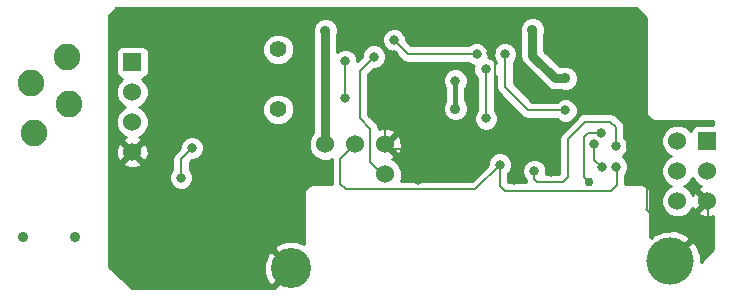
<source format=gbl>
G04 (created by PCBNEW-RS274X (2011-11-27 BZR 3249)-stable) date 13/09/2012 2:58:33 p.m.*
G01*
G70*
G90*
%MOIN*%
G04 Gerber Fmt 3.4, Leading zero omitted, Abs format*
%FSLAX34Y34*%
G04 APERTURE LIST*
%ADD10C,0.006000*%
%ADD11C,0.035400*%
%ADD12C,0.088600*%
%ADD13C,0.157500*%
%ADD14C,0.133900*%
%ADD15C,0.056000*%
%ADD16C,0.060000*%
%ADD17R,0.060000X0.060000*%
%ADD18C,0.035000*%
%ADD19C,0.031500*%
%ADD20C,0.030000*%
%ADD21C,0.030000*%
%ADD22C,0.015700*%
%ADD23C,0.008000*%
%ADD24C,0.010000*%
G04 APERTURE END LIST*
G54D10*
G54D11*
X03622Y-08169D03*
X01890Y-08169D03*
G54D12*
X02166Y-03053D03*
G54D13*
X23478Y-08982D03*
G54D14*
X10828Y-09232D03*
G54D15*
X10398Y-03932D03*
X10398Y-01932D03*
G54D16*
X11978Y-05092D03*
X12978Y-05092D03*
X13978Y-06092D03*
X13978Y-05092D03*
G54D17*
X05538Y-02352D03*
G54D16*
X05538Y-03352D03*
X05538Y-04352D03*
X05538Y-05352D03*
G54D12*
X02264Y-04726D03*
X03445Y-03742D03*
X03347Y-02167D03*
G54D17*
X24713Y-04984D03*
G54D16*
X23713Y-04984D03*
X24713Y-05984D03*
X23713Y-05984D03*
X24713Y-06984D03*
X23713Y-06984D03*
G54D18*
X19976Y-02898D03*
X16308Y-03902D03*
X11978Y-01302D03*
G54D19*
X16308Y-02972D03*
G54D18*
X18878Y-01282D03*
G54D19*
X17958Y-02082D03*
X19978Y-03962D03*
X17328Y-04232D03*
X17318Y-02592D03*
X21654Y-05157D03*
X18937Y-05984D03*
X21668Y-05842D03*
X17788Y-05772D03*
X17018Y-02082D03*
X14268Y-01612D03*
X13588Y-02172D03*
X21178Y-04732D03*
G54D20*
X20758Y-06342D03*
G54D19*
X15598Y-01362D03*
X08088Y-09552D03*
X06178Y-09542D03*
X06558Y-00792D03*
X05528Y-08862D03*
X16928Y-02952D03*
X17758Y-03542D03*
X05408Y-01582D03*
X10236Y-05032D03*
G54D18*
X13528Y-03262D03*
G54D19*
X15078Y-06282D03*
X08088Y-08462D03*
X09788Y-09532D03*
X05658Y-00812D03*
X08425Y-05221D03*
X05518Y-07472D03*
X18258Y-06292D03*
X14658Y-01362D03*
X10937Y-07264D03*
X19978Y-03452D03*
X17488Y-02062D03*
X14248Y-02132D03*
X08088Y-03712D03*
X19488Y-06002D03*
X07168Y-06202D03*
X07528Y-05212D03*
X21188Y-05862D03*
X20928Y-05092D03*
X12638Y-03543D03*
X12638Y-02323D03*
G54D21*
X18878Y-02136D02*
X19640Y-02898D01*
X11978Y-01302D02*
X11978Y-05092D01*
X19640Y-02898D02*
X19976Y-02898D01*
X18878Y-01282D02*
X18878Y-02136D01*
G54D22*
X16308Y-02972D02*
X16308Y-03902D01*
G54D23*
X19978Y-03962D02*
X18738Y-03962D01*
X18738Y-03962D02*
X17958Y-03182D01*
X17958Y-02082D02*
X17958Y-03182D01*
X17318Y-02592D02*
X17328Y-02602D01*
X17328Y-02602D02*
X17328Y-04232D01*
X18937Y-06260D02*
X18937Y-05984D01*
X21654Y-04528D02*
X21654Y-05157D01*
X20635Y-04335D02*
X20638Y-04332D01*
X19298Y-06362D02*
X19888Y-06362D01*
X20058Y-06192D02*
X20058Y-04912D01*
X19888Y-06362D02*
X20058Y-06192D01*
X19298Y-06362D02*
X19039Y-06362D01*
X21461Y-04335D02*
X21654Y-04528D01*
X20058Y-04912D02*
X20635Y-04335D01*
X20635Y-04335D02*
X21461Y-04335D01*
X19039Y-06362D02*
X18937Y-06260D01*
X12658Y-06592D02*
X16808Y-06592D01*
X21509Y-06641D02*
X17957Y-06641D01*
X12978Y-05092D02*
X12478Y-05592D01*
X16808Y-06592D02*
X16968Y-06592D01*
X12478Y-05592D02*
X12478Y-06412D01*
X17788Y-06472D02*
X17788Y-05772D01*
X21688Y-06462D02*
X21509Y-06641D01*
X21688Y-05862D02*
X21688Y-06462D01*
X12478Y-06412D02*
X12658Y-06592D01*
X17957Y-06641D02*
X17788Y-06472D01*
X16968Y-06592D02*
X17788Y-05772D01*
X21668Y-05842D02*
X21688Y-05862D01*
X13478Y-04592D02*
X13118Y-04232D01*
X13118Y-02642D02*
X13588Y-02172D01*
X14718Y-02082D02*
X17018Y-02082D01*
X13478Y-05692D02*
X13478Y-04592D01*
X14268Y-01632D02*
X14718Y-02082D01*
X13878Y-06092D02*
X13478Y-05692D01*
X13978Y-06092D02*
X13878Y-06092D01*
X14268Y-01612D02*
X14268Y-01632D01*
X13118Y-04232D02*
X13118Y-02642D01*
X20588Y-06142D02*
X20588Y-04942D01*
X20588Y-04942D02*
X20588Y-04862D01*
X20718Y-04732D02*
X21178Y-04732D01*
X20588Y-06172D02*
X20758Y-06342D01*
X20588Y-06172D02*
X20588Y-06142D01*
X20588Y-06152D02*
X20588Y-06142D01*
X20588Y-04862D02*
X20718Y-04732D01*
X16108Y-05252D02*
X16928Y-04432D01*
X22683Y-05867D02*
X22578Y-05762D01*
X13978Y-04432D02*
X13528Y-03982D01*
X06248Y-01962D02*
X05868Y-01582D01*
X17758Y-03442D02*
X17638Y-03322D01*
X17638Y-02362D02*
X17488Y-02212D01*
X06248Y-02952D02*
X06248Y-03952D01*
X05528Y-08862D02*
X05518Y-08852D01*
X05538Y-05352D02*
X05608Y-05352D01*
X05678Y-00792D02*
X06558Y-00792D01*
X17758Y-03542D02*
X17758Y-03442D01*
X22683Y-07297D02*
X22683Y-05867D01*
X22683Y-07297D02*
X23178Y-07792D01*
X16928Y-04432D02*
X16928Y-02952D01*
X22018Y-04452D02*
X21658Y-04092D01*
X19678Y-05652D02*
X19678Y-04862D01*
X24728Y-07532D02*
X24713Y-07547D01*
X10236Y-06563D02*
X10236Y-05032D01*
X22578Y-05762D02*
X22018Y-05202D01*
X16788Y-01362D02*
X17488Y-02062D01*
X08088Y-08462D02*
X08088Y-09552D01*
X24468Y-07792D02*
X23178Y-07792D01*
X20448Y-04092D02*
X21658Y-04092D01*
X17488Y-02212D02*
X17488Y-02062D01*
X22578Y-05762D02*
X22578Y-05712D01*
X05608Y-05352D02*
X06248Y-04712D01*
X13528Y-02852D02*
X14248Y-02132D01*
X15598Y-01362D02*
X14658Y-01362D01*
X22018Y-05202D02*
X22018Y-04452D01*
X22683Y-07297D02*
X22648Y-07262D01*
X05868Y-01582D02*
X05408Y-01582D01*
X06248Y-04712D02*
X06248Y-03952D01*
X05518Y-08852D02*
X05518Y-07472D01*
X06248Y-02952D02*
X06248Y-01962D01*
X20448Y-04092D02*
X20448Y-03922D01*
X17638Y-03322D02*
X17638Y-02362D01*
X24713Y-07547D02*
X24468Y-07792D01*
X05658Y-00812D02*
X05678Y-00792D01*
X24728Y-07532D02*
X24728Y-06999D01*
X06188Y-09552D02*
X06178Y-09542D01*
X13978Y-05092D02*
X13978Y-04432D01*
X08088Y-08462D02*
X08088Y-03712D01*
X10937Y-07264D02*
X10236Y-06563D01*
X20448Y-03922D02*
X19978Y-03452D01*
X08088Y-09552D02*
X06188Y-09552D01*
X15598Y-01362D02*
X16788Y-01362D01*
X14658Y-01362D02*
X14678Y-01342D01*
X19488Y-05842D02*
X19488Y-06002D01*
X19488Y-05842D02*
X19678Y-05652D01*
X13528Y-03262D02*
X13528Y-02852D01*
X13528Y-03982D02*
X13528Y-03262D01*
X14188Y-05252D02*
X16108Y-05252D01*
X24728Y-06999D02*
X24713Y-06984D01*
X07168Y-05572D02*
X07168Y-06202D01*
X07528Y-05212D02*
X07168Y-05572D01*
X21188Y-05862D02*
X20928Y-05602D01*
X20928Y-05602D02*
X20928Y-05092D01*
X12638Y-02323D02*
X12638Y-03543D01*
G54D10*
G36*
X24903Y-08597D02*
X24494Y-09006D01*
X24492Y-08771D01*
X24344Y-08414D01*
X24201Y-08329D01*
X24131Y-08399D01*
X23549Y-08982D01*
X23478Y-09053D01*
X23407Y-08982D01*
X23478Y-08911D01*
X23513Y-08876D01*
X24131Y-08259D01*
X24046Y-08116D01*
X23671Y-07964D01*
X23267Y-07968D01*
X22910Y-08116D01*
X22851Y-08214D01*
X22809Y-08172D01*
X22809Y-06748D01*
X22784Y-06624D01*
X22714Y-06518D01*
X22608Y-06448D01*
X22484Y-06423D01*
X21978Y-06423D01*
X21978Y-06106D01*
X22012Y-06073D01*
X22074Y-05923D01*
X22074Y-05762D01*
X22012Y-05613D01*
X21899Y-05498D01*
X21889Y-05494D01*
X21998Y-05388D01*
X22060Y-05238D01*
X22060Y-05077D01*
X21998Y-04928D01*
X21944Y-04873D01*
X21944Y-04528D01*
X21943Y-04527D01*
X21922Y-04417D01*
X21921Y-04416D01*
X21859Y-04323D01*
X21858Y-04322D01*
X21666Y-04130D01*
X21572Y-04067D01*
X21461Y-04045D01*
X20653Y-04045D01*
X20638Y-04042D01*
X20527Y-04064D01*
X20433Y-04127D01*
X20430Y-04130D01*
X20401Y-04159D01*
X20401Y-02983D01*
X20401Y-02814D01*
X20337Y-02658D01*
X20217Y-02538D01*
X20061Y-02473D01*
X19892Y-02473D01*
X19831Y-02498D01*
X19805Y-02498D01*
X19278Y-01970D01*
X19278Y-01427D01*
X19303Y-01367D01*
X19303Y-01198D01*
X19239Y-01042D01*
X19119Y-00922D01*
X18963Y-00857D01*
X18794Y-00857D01*
X18638Y-00921D01*
X18518Y-01041D01*
X18453Y-01197D01*
X18453Y-01366D01*
X18478Y-01426D01*
X18478Y-02136D01*
X18508Y-02289D01*
X18595Y-02419D01*
X19354Y-03177D01*
X19357Y-03181D01*
X19486Y-03267D01*
X19487Y-03268D01*
X19640Y-03298D01*
X19831Y-03298D01*
X19891Y-03323D01*
X20060Y-03323D01*
X20216Y-03259D01*
X20336Y-03139D01*
X20401Y-02983D01*
X20401Y-04159D01*
X20384Y-04176D01*
X20384Y-04043D01*
X20384Y-03882D01*
X20322Y-03733D01*
X20209Y-03618D01*
X20059Y-03556D01*
X19898Y-03556D01*
X19749Y-03618D01*
X19694Y-03672D01*
X18858Y-03672D01*
X18248Y-03062D01*
X18248Y-02366D01*
X18302Y-02313D01*
X18364Y-02163D01*
X18364Y-02002D01*
X18302Y-01853D01*
X18189Y-01738D01*
X18039Y-01676D01*
X17878Y-01676D01*
X17729Y-01738D01*
X17614Y-01851D01*
X17552Y-02001D01*
X17552Y-02162D01*
X17614Y-02311D01*
X17668Y-02365D01*
X17668Y-02377D01*
X17662Y-02363D01*
X17549Y-02248D01*
X17412Y-02191D01*
X17424Y-02163D01*
X17424Y-02002D01*
X17362Y-01853D01*
X17249Y-01738D01*
X17099Y-01676D01*
X16938Y-01676D01*
X16789Y-01738D01*
X16734Y-01792D01*
X14838Y-01792D01*
X14674Y-01628D01*
X14674Y-01532D01*
X14612Y-01383D01*
X14499Y-01268D01*
X14349Y-01206D01*
X14188Y-01206D01*
X14039Y-01268D01*
X13924Y-01381D01*
X13862Y-01531D01*
X13862Y-01692D01*
X13924Y-01841D01*
X14037Y-01956D01*
X14187Y-02018D01*
X14244Y-02018D01*
X14513Y-02287D01*
X14607Y-02350D01*
X14718Y-02372D01*
X16733Y-02372D01*
X16787Y-02426D01*
X16923Y-02482D01*
X16912Y-02511D01*
X16912Y-02672D01*
X16974Y-02821D01*
X17038Y-02886D01*
X17038Y-03947D01*
X16984Y-04001D01*
X16922Y-04151D01*
X16922Y-04312D01*
X16984Y-04461D01*
X17097Y-04576D01*
X17247Y-04638D01*
X17408Y-04638D01*
X17557Y-04576D01*
X17672Y-04463D01*
X17734Y-04313D01*
X17734Y-04152D01*
X17672Y-04003D01*
X17618Y-03948D01*
X17618Y-02866D01*
X17662Y-02823D01*
X17668Y-02808D01*
X17668Y-03182D01*
X17690Y-03293D01*
X17753Y-03387D01*
X18533Y-04167D01*
X18627Y-04230D01*
X18738Y-04252D01*
X19693Y-04252D01*
X19747Y-04306D01*
X19897Y-04368D01*
X20058Y-04368D01*
X20207Y-04306D01*
X20322Y-04193D01*
X20384Y-04043D01*
X20384Y-04176D01*
X19853Y-04707D01*
X19790Y-04801D01*
X19768Y-04912D01*
X19768Y-06072D01*
X19340Y-06072D01*
X19343Y-06065D01*
X19343Y-05904D01*
X19281Y-05755D01*
X19168Y-05640D01*
X19018Y-05578D01*
X18857Y-05578D01*
X18708Y-05640D01*
X18593Y-05753D01*
X18531Y-05903D01*
X18531Y-06064D01*
X18593Y-06213D01*
X18648Y-06269D01*
X18665Y-06351D01*
X18078Y-06351D01*
X18078Y-06056D01*
X18132Y-06003D01*
X18194Y-05853D01*
X18194Y-05692D01*
X18132Y-05543D01*
X18019Y-05428D01*
X17869Y-05366D01*
X17708Y-05366D01*
X17559Y-05428D01*
X17444Y-05541D01*
X17382Y-05691D01*
X17382Y-05767D01*
X16847Y-06302D01*
X16808Y-06302D01*
X16733Y-06302D01*
X16733Y-03987D01*
X16733Y-03818D01*
X16669Y-03662D01*
X16636Y-03629D01*
X16636Y-03218D01*
X16652Y-03203D01*
X16714Y-03053D01*
X16714Y-02892D01*
X16652Y-02743D01*
X16539Y-02628D01*
X16389Y-02566D01*
X16228Y-02566D01*
X16079Y-02628D01*
X15964Y-02741D01*
X15902Y-02891D01*
X15902Y-03052D01*
X15964Y-03201D01*
X15980Y-03217D01*
X15980Y-03629D01*
X15948Y-03661D01*
X15883Y-03817D01*
X15883Y-03986D01*
X15947Y-04142D01*
X16067Y-04262D01*
X16223Y-04327D01*
X16392Y-04327D01*
X16548Y-04263D01*
X16668Y-04143D01*
X16733Y-03987D01*
X16733Y-06302D01*
X14485Y-06302D01*
X14527Y-06201D01*
X14527Y-05983D01*
X14521Y-05968D01*
X14521Y-05171D01*
X14510Y-04958D01*
X14450Y-04811D01*
X14356Y-04784D01*
X14049Y-05092D01*
X14356Y-05400D01*
X14450Y-05373D01*
X14521Y-05171D01*
X14521Y-05968D01*
X14443Y-05781D01*
X14289Y-05627D01*
X14197Y-05589D01*
X14259Y-05564D01*
X14286Y-05470D01*
X14013Y-05198D01*
X13978Y-05163D01*
X13907Y-05092D01*
X13978Y-05021D01*
X14013Y-04986D01*
X14286Y-04714D01*
X14259Y-04620D01*
X14057Y-04549D01*
X13844Y-04560D01*
X13767Y-04591D01*
X13746Y-04481D01*
X13683Y-04387D01*
X13408Y-04112D01*
X13408Y-02762D01*
X13592Y-02578D01*
X13668Y-02578D01*
X13817Y-02516D01*
X13932Y-02403D01*
X13994Y-02253D01*
X13994Y-02092D01*
X13932Y-01943D01*
X13819Y-01828D01*
X13669Y-01766D01*
X13508Y-01766D01*
X13359Y-01828D01*
X13244Y-01941D01*
X13182Y-02091D01*
X13182Y-02167D01*
X13044Y-02305D01*
X13044Y-02243D01*
X12982Y-02094D01*
X12869Y-01979D01*
X12719Y-01917D01*
X12558Y-01917D01*
X12409Y-01979D01*
X12378Y-02009D01*
X12378Y-01447D01*
X12403Y-01387D01*
X12403Y-01218D01*
X12339Y-01062D01*
X12219Y-00942D01*
X12063Y-00877D01*
X11894Y-00877D01*
X11738Y-00941D01*
X11618Y-01061D01*
X11553Y-01217D01*
X11553Y-01386D01*
X11578Y-01446D01*
X11578Y-04716D01*
X11513Y-04781D01*
X11429Y-04983D01*
X11429Y-05201D01*
X11513Y-05403D01*
X11667Y-05557D01*
X11869Y-05641D01*
X12087Y-05641D01*
X12188Y-05599D01*
X12188Y-06412D01*
X12190Y-06423D01*
X11578Y-06423D01*
X11454Y-06448D01*
X11348Y-06518D01*
X11278Y-06624D01*
X11253Y-06748D01*
X11253Y-08431D01*
X10993Y-08328D01*
X10928Y-08328D01*
X10928Y-04038D01*
X10928Y-03827D01*
X10928Y-02038D01*
X10928Y-01827D01*
X10847Y-01632D01*
X10699Y-01483D01*
X10504Y-01402D01*
X10293Y-01402D01*
X10098Y-01483D01*
X09949Y-01631D01*
X09868Y-01826D01*
X09868Y-02037D01*
X09949Y-02232D01*
X10097Y-02381D01*
X10292Y-02462D01*
X10503Y-02462D01*
X10698Y-02381D01*
X10847Y-02233D01*
X10928Y-02038D01*
X10928Y-03827D01*
X10847Y-03632D01*
X10699Y-03483D01*
X10504Y-03402D01*
X10293Y-03402D01*
X10098Y-03483D01*
X09949Y-03631D01*
X09868Y-03826D01*
X09868Y-04037D01*
X09949Y-04232D01*
X10097Y-04381D01*
X10292Y-04462D01*
X10503Y-04462D01*
X10698Y-04381D01*
X10847Y-04233D01*
X10928Y-04038D01*
X10928Y-08328D01*
X10635Y-08333D01*
X10329Y-08461D01*
X10259Y-08592D01*
X10793Y-09126D01*
X10828Y-09161D01*
X10899Y-09232D01*
X10828Y-09303D01*
X10793Y-09338D01*
X10757Y-09374D01*
X10757Y-09232D01*
X10188Y-08663D01*
X10057Y-08733D01*
X09924Y-09067D01*
X09929Y-09425D01*
X10057Y-09731D01*
X10188Y-09801D01*
X10757Y-09232D01*
X10757Y-09374D01*
X10259Y-09872D01*
X10272Y-09897D01*
X07934Y-09897D01*
X07934Y-05293D01*
X07934Y-05132D01*
X07872Y-04983D01*
X07759Y-04868D01*
X07609Y-04806D01*
X07448Y-04806D01*
X07299Y-04868D01*
X07184Y-04981D01*
X07122Y-05131D01*
X07122Y-05208D01*
X06963Y-05367D01*
X06900Y-05461D01*
X06878Y-05572D01*
X06878Y-05917D01*
X06824Y-05971D01*
X06762Y-06121D01*
X06762Y-06282D01*
X06824Y-06431D01*
X06937Y-06546D01*
X07087Y-06608D01*
X07248Y-06608D01*
X07397Y-06546D01*
X07512Y-06433D01*
X07574Y-06283D01*
X07574Y-06122D01*
X07512Y-05973D01*
X07458Y-05918D01*
X07458Y-05692D01*
X07532Y-05618D01*
X07608Y-05618D01*
X07757Y-05556D01*
X07872Y-05443D01*
X07934Y-05293D01*
X07934Y-09897D01*
X06087Y-09897D01*
X06087Y-04461D01*
X06087Y-04243D01*
X06003Y-04041D01*
X05849Y-03887D01*
X05764Y-03852D01*
X05849Y-03817D01*
X06003Y-03663D01*
X06087Y-03461D01*
X06087Y-03243D01*
X06003Y-03041D01*
X05863Y-02901D01*
X05887Y-02901D01*
X05979Y-02863D01*
X06049Y-02793D01*
X06087Y-02702D01*
X06087Y-02603D01*
X06087Y-02003D01*
X06049Y-01911D01*
X05979Y-01841D01*
X05888Y-01803D01*
X05789Y-01803D01*
X05189Y-01803D01*
X05097Y-01841D01*
X05027Y-01911D01*
X04989Y-02002D01*
X04989Y-02101D01*
X04989Y-02701D01*
X05027Y-02793D01*
X05097Y-02863D01*
X05188Y-02901D01*
X05213Y-02901D01*
X05073Y-03041D01*
X04989Y-03243D01*
X04989Y-03461D01*
X05073Y-03663D01*
X05227Y-03817D01*
X05311Y-03852D01*
X05227Y-03887D01*
X05073Y-04041D01*
X04989Y-04243D01*
X04989Y-04461D01*
X05073Y-04663D01*
X05227Y-04817D01*
X05318Y-04854D01*
X05257Y-04880D01*
X05230Y-04974D01*
X05538Y-05281D01*
X05846Y-04974D01*
X05819Y-04880D01*
X05753Y-04856D01*
X05849Y-04817D01*
X06003Y-04663D01*
X06087Y-04461D01*
X06087Y-09897D01*
X06081Y-09897D01*
X06081Y-05431D01*
X06070Y-05218D01*
X06010Y-05071D01*
X05916Y-05044D01*
X05609Y-05352D01*
X05916Y-05660D01*
X06010Y-05633D01*
X06081Y-05431D01*
X06081Y-09897D01*
X05846Y-09897D01*
X05846Y-05730D01*
X05538Y-05423D01*
X05467Y-05493D01*
X05467Y-05352D01*
X05160Y-05044D01*
X05066Y-05071D01*
X04995Y-05273D01*
X05006Y-05486D01*
X05066Y-05633D01*
X05160Y-05660D01*
X05467Y-05352D01*
X05467Y-05493D01*
X05230Y-05730D01*
X05257Y-05824D01*
X05459Y-05895D01*
X05672Y-05884D01*
X05819Y-05824D01*
X05846Y-05730D01*
X05846Y-09897D01*
X05514Y-09897D01*
X04778Y-09187D01*
X04778Y-00794D01*
X04789Y-00794D01*
X05009Y-00557D01*
X22343Y-00557D01*
X22653Y-00867D01*
X22653Y-03982D01*
X22678Y-04106D01*
X22748Y-04212D01*
X22854Y-04282D01*
X22978Y-04307D01*
X24903Y-04307D01*
X24903Y-04435D01*
X24364Y-04435D01*
X24272Y-04473D01*
X24202Y-04543D01*
X24164Y-04634D01*
X24164Y-04659D01*
X24024Y-04519D01*
X23822Y-04435D01*
X23604Y-04435D01*
X23402Y-04519D01*
X23248Y-04673D01*
X23164Y-04875D01*
X23164Y-05093D01*
X23248Y-05295D01*
X23402Y-05449D01*
X23486Y-05484D01*
X23402Y-05519D01*
X23248Y-05673D01*
X23164Y-05875D01*
X23164Y-06093D01*
X23248Y-06295D01*
X23402Y-06449D01*
X23486Y-06484D01*
X23402Y-06519D01*
X23248Y-06673D01*
X23164Y-06875D01*
X23164Y-07093D01*
X23248Y-07295D01*
X23402Y-07449D01*
X23604Y-07533D01*
X23822Y-07533D01*
X24024Y-07449D01*
X24178Y-07295D01*
X24215Y-07203D01*
X24241Y-07265D01*
X24335Y-07292D01*
X24642Y-06984D01*
X24335Y-06676D01*
X24241Y-06703D01*
X24217Y-06768D01*
X24178Y-06673D01*
X24024Y-06519D01*
X23939Y-06484D01*
X24024Y-06449D01*
X24178Y-06295D01*
X24213Y-06210D01*
X24248Y-06295D01*
X24402Y-06449D01*
X24493Y-06486D01*
X24432Y-06512D01*
X24405Y-06606D01*
X24678Y-06878D01*
X24713Y-06913D01*
X24784Y-06984D01*
X24713Y-07055D01*
X24405Y-07362D01*
X24432Y-07456D01*
X24634Y-07527D01*
X24847Y-07516D01*
X24903Y-07493D01*
X24903Y-08597D01*
X24903Y-08597D01*
G37*
G54D24*
X24903Y-08597D02*
X24494Y-09006D01*
X24492Y-08771D01*
X24344Y-08414D01*
X24201Y-08329D01*
X24131Y-08399D01*
X23549Y-08982D01*
X23478Y-09053D01*
X23407Y-08982D01*
X23478Y-08911D01*
X23513Y-08876D01*
X24131Y-08259D01*
X24046Y-08116D01*
X23671Y-07964D01*
X23267Y-07968D01*
X22910Y-08116D01*
X22851Y-08214D01*
X22809Y-08172D01*
X22809Y-06748D01*
X22784Y-06624D01*
X22714Y-06518D01*
X22608Y-06448D01*
X22484Y-06423D01*
X21978Y-06423D01*
X21978Y-06106D01*
X22012Y-06073D01*
X22074Y-05923D01*
X22074Y-05762D01*
X22012Y-05613D01*
X21899Y-05498D01*
X21889Y-05494D01*
X21998Y-05388D01*
X22060Y-05238D01*
X22060Y-05077D01*
X21998Y-04928D01*
X21944Y-04873D01*
X21944Y-04528D01*
X21943Y-04527D01*
X21922Y-04417D01*
X21921Y-04416D01*
X21859Y-04323D01*
X21858Y-04322D01*
X21666Y-04130D01*
X21572Y-04067D01*
X21461Y-04045D01*
X20653Y-04045D01*
X20638Y-04042D01*
X20527Y-04064D01*
X20433Y-04127D01*
X20430Y-04130D01*
X20401Y-04159D01*
X20401Y-02983D01*
X20401Y-02814D01*
X20337Y-02658D01*
X20217Y-02538D01*
X20061Y-02473D01*
X19892Y-02473D01*
X19831Y-02498D01*
X19805Y-02498D01*
X19278Y-01970D01*
X19278Y-01427D01*
X19303Y-01367D01*
X19303Y-01198D01*
X19239Y-01042D01*
X19119Y-00922D01*
X18963Y-00857D01*
X18794Y-00857D01*
X18638Y-00921D01*
X18518Y-01041D01*
X18453Y-01197D01*
X18453Y-01366D01*
X18478Y-01426D01*
X18478Y-02136D01*
X18508Y-02289D01*
X18595Y-02419D01*
X19354Y-03177D01*
X19357Y-03181D01*
X19486Y-03267D01*
X19487Y-03268D01*
X19640Y-03298D01*
X19831Y-03298D01*
X19891Y-03323D01*
X20060Y-03323D01*
X20216Y-03259D01*
X20336Y-03139D01*
X20401Y-02983D01*
X20401Y-04159D01*
X20384Y-04176D01*
X20384Y-04043D01*
X20384Y-03882D01*
X20322Y-03733D01*
X20209Y-03618D01*
X20059Y-03556D01*
X19898Y-03556D01*
X19749Y-03618D01*
X19694Y-03672D01*
X18858Y-03672D01*
X18248Y-03062D01*
X18248Y-02366D01*
X18302Y-02313D01*
X18364Y-02163D01*
X18364Y-02002D01*
X18302Y-01853D01*
X18189Y-01738D01*
X18039Y-01676D01*
X17878Y-01676D01*
X17729Y-01738D01*
X17614Y-01851D01*
X17552Y-02001D01*
X17552Y-02162D01*
X17614Y-02311D01*
X17668Y-02365D01*
X17668Y-02377D01*
X17662Y-02363D01*
X17549Y-02248D01*
X17412Y-02191D01*
X17424Y-02163D01*
X17424Y-02002D01*
X17362Y-01853D01*
X17249Y-01738D01*
X17099Y-01676D01*
X16938Y-01676D01*
X16789Y-01738D01*
X16734Y-01792D01*
X14838Y-01792D01*
X14674Y-01628D01*
X14674Y-01532D01*
X14612Y-01383D01*
X14499Y-01268D01*
X14349Y-01206D01*
X14188Y-01206D01*
X14039Y-01268D01*
X13924Y-01381D01*
X13862Y-01531D01*
X13862Y-01692D01*
X13924Y-01841D01*
X14037Y-01956D01*
X14187Y-02018D01*
X14244Y-02018D01*
X14513Y-02287D01*
X14607Y-02350D01*
X14718Y-02372D01*
X16733Y-02372D01*
X16787Y-02426D01*
X16923Y-02482D01*
X16912Y-02511D01*
X16912Y-02672D01*
X16974Y-02821D01*
X17038Y-02886D01*
X17038Y-03947D01*
X16984Y-04001D01*
X16922Y-04151D01*
X16922Y-04312D01*
X16984Y-04461D01*
X17097Y-04576D01*
X17247Y-04638D01*
X17408Y-04638D01*
X17557Y-04576D01*
X17672Y-04463D01*
X17734Y-04313D01*
X17734Y-04152D01*
X17672Y-04003D01*
X17618Y-03948D01*
X17618Y-02866D01*
X17662Y-02823D01*
X17668Y-02808D01*
X17668Y-03182D01*
X17690Y-03293D01*
X17753Y-03387D01*
X18533Y-04167D01*
X18627Y-04230D01*
X18738Y-04252D01*
X19693Y-04252D01*
X19747Y-04306D01*
X19897Y-04368D01*
X20058Y-04368D01*
X20207Y-04306D01*
X20322Y-04193D01*
X20384Y-04043D01*
X20384Y-04176D01*
X19853Y-04707D01*
X19790Y-04801D01*
X19768Y-04912D01*
X19768Y-06072D01*
X19340Y-06072D01*
X19343Y-06065D01*
X19343Y-05904D01*
X19281Y-05755D01*
X19168Y-05640D01*
X19018Y-05578D01*
X18857Y-05578D01*
X18708Y-05640D01*
X18593Y-05753D01*
X18531Y-05903D01*
X18531Y-06064D01*
X18593Y-06213D01*
X18648Y-06269D01*
X18665Y-06351D01*
X18078Y-06351D01*
X18078Y-06056D01*
X18132Y-06003D01*
X18194Y-05853D01*
X18194Y-05692D01*
X18132Y-05543D01*
X18019Y-05428D01*
X17869Y-05366D01*
X17708Y-05366D01*
X17559Y-05428D01*
X17444Y-05541D01*
X17382Y-05691D01*
X17382Y-05767D01*
X16847Y-06302D01*
X16808Y-06302D01*
X16733Y-06302D01*
X16733Y-03987D01*
X16733Y-03818D01*
X16669Y-03662D01*
X16636Y-03629D01*
X16636Y-03218D01*
X16652Y-03203D01*
X16714Y-03053D01*
X16714Y-02892D01*
X16652Y-02743D01*
X16539Y-02628D01*
X16389Y-02566D01*
X16228Y-02566D01*
X16079Y-02628D01*
X15964Y-02741D01*
X15902Y-02891D01*
X15902Y-03052D01*
X15964Y-03201D01*
X15980Y-03217D01*
X15980Y-03629D01*
X15948Y-03661D01*
X15883Y-03817D01*
X15883Y-03986D01*
X15947Y-04142D01*
X16067Y-04262D01*
X16223Y-04327D01*
X16392Y-04327D01*
X16548Y-04263D01*
X16668Y-04143D01*
X16733Y-03987D01*
X16733Y-06302D01*
X14485Y-06302D01*
X14527Y-06201D01*
X14527Y-05983D01*
X14521Y-05968D01*
X14521Y-05171D01*
X14510Y-04958D01*
X14450Y-04811D01*
X14356Y-04784D01*
X14049Y-05092D01*
X14356Y-05400D01*
X14450Y-05373D01*
X14521Y-05171D01*
X14521Y-05968D01*
X14443Y-05781D01*
X14289Y-05627D01*
X14197Y-05589D01*
X14259Y-05564D01*
X14286Y-05470D01*
X14013Y-05198D01*
X13978Y-05163D01*
X13907Y-05092D01*
X13978Y-05021D01*
X14013Y-04986D01*
X14286Y-04714D01*
X14259Y-04620D01*
X14057Y-04549D01*
X13844Y-04560D01*
X13767Y-04591D01*
X13746Y-04481D01*
X13683Y-04387D01*
X13408Y-04112D01*
X13408Y-02762D01*
X13592Y-02578D01*
X13668Y-02578D01*
X13817Y-02516D01*
X13932Y-02403D01*
X13994Y-02253D01*
X13994Y-02092D01*
X13932Y-01943D01*
X13819Y-01828D01*
X13669Y-01766D01*
X13508Y-01766D01*
X13359Y-01828D01*
X13244Y-01941D01*
X13182Y-02091D01*
X13182Y-02167D01*
X13044Y-02305D01*
X13044Y-02243D01*
X12982Y-02094D01*
X12869Y-01979D01*
X12719Y-01917D01*
X12558Y-01917D01*
X12409Y-01979D01*
X12378Y-02009D01*
X12378Y-01447D01*
X12403Y-01387D01*
X12403Y-01218D01*
X12339Y-01062D01*
X12219Y-00942D01*
X12063Y-00877D01*
X11894Y-00877D01*
X11738Y-00941D01*
X11618Y-01061D01*
X11553Y-01217D01*
X11553Y-01386D01*
X11578Y-01446D01*
X11578Y-04716D01*
X11513Y-04781D01*
X11429Y-04983D01*
X11429Y-05201D01*
X11513Y-05403D01*
X11667Y-05557D01*
X11869Y-05641D01*
X12087Y-05641D01*
X12188Y-05599D01*
X12188Y-06412D01*
X12190Y-06423D01*
X11578Y-06423D01*
X11454Y-06448D01*
X11348Y-06518D01*
X11278Y-06624D01*
X11253Y-06748D01*
X11253Y-08431D01*
X10993Y-08328D01*
X10928Y-08328D01*
X10928Y-04038D01*
X10928Y-03827D01*
X10928Y-02038D01*
X10928Y-01827D01*
X10847Y-01632D01*
X10699Y-01483D01*
X10504Y-01402D01*
X10293Y-01402D01*
X10098Y-01483D01*
X09949Y-01631D01*
X09868Y-01826D01*
X09868Y-02037D01*
X09949Y-02232D01*
X10097Y-02381D01*
X10292Y-02462D01*
X10503Y-02462D01*
X10698Y-02381D01*
X10847Y-02233D01*
X10928Y-02038D01*
X10928Y-03827D01*
X10847Y-03632D01*
X10699Y-03483D01*
X10504Y-03402D01*
X10293Y-03402D01*
X10098Y-03483D01*
X09949Y-03631D01*
X09868Y-03826D01*
X09868Y-04037D01*
X09949Y-04232D01*
X10097Y-04381D01*
X10292Y-04462D01*
X10503Y-04462D01*
X10698Y-04381D01*
X10847Y-04233D01*
X10928Y-04038D01*
X10928Y-08328D01*
X10635Y-08333D01*
X10329Y-08461D01*
X10259Y-08592D01*
X10793Y-09126D01*
X10828Y-09161D01*
X10899Y-09232D01*
X10828Y-09303D01*
X10793Y-09338D01*
X10757Y-09374D01*
X10757Y-09232D01*
X10188Y-08663D01*
X10057Y-08733D01*
X09924Y-09067D01*
X09929Y-09425D01*
X10057Y-09731D01*
X10188Y-09801D01*
X10757Y-09232D01*
X10757Y-09374D01*
X10259Y-09872D01*
X10272Y-09897D01*
X07934Y-09897D01*
X07934Y-05293D01*
X07934Y-05132D01*
X07872Y-04983D01*
X07759Y-04868D01*
X07609Y-04806D01*
X07448Y-04806D01*
X07299Y-04868D01*
X07184Y-04981D01*
X07122Y-05131D01*
X07122Y-05208D01*
X06963Y-05367D01*
X06900Y-05461D01*
X06878Y-05572D01*
X06878Y-05917D01*
X06824Y-05971D01*
X06762Y-06121D01*
X06762Y-06282D01*
X06824Y-06431D01*
X06937Y-06546D01*
X07087Y-06608D01*
X07248Y-06608D01*
X07397Y-06546D01*
X07512Y-06433D01*
X07574Y-06283D01*
X07574Y-06122D01*
X07512Y-05973D01*
X07458Y-05918D01*
X07458Y-05692D01*
X07532Y-05618D01*
X07608Y-05618D01*
X07757Y-05556D01*
X07872Y-05443D01*
X07934Y-05293D01*
X07934Y-09897D01*
X06087Y-09897D01*
X06087Y-04461D01*
X06087Y-04243D01*
X06003Y-04041D01*
X05849Y-03887D01*
X05764Y-03852D01*
X05849Y-03817D01*
X06003Y-03663D01*
X06087Y-03461D01*
X06087Y-03243D01*
X06003Y-03041D01*
X05863Y-02901D01*
X05887Y-02901D01*
X05979Y-02863D01*
X06049Y-02793D01*
X06087Y-02702D01*
X06087Y-02603D01*
X06087Y-02003D01*
X06049Y-01911D01*
X05979Y-01841D01*
X05888Y-01803D01*
X05789Y-01803D01*
X05189Y-01803D01*
X05097Y-01841D01*
X05027Y-01911D01*
X04989Y-02002D01*
X04989Y-02101D01*
X04989Y-02701D01*
X05027Y-02793D01*
X05097Y-02863D01*
X05188Y-02901D01*
X05213Y-02901D01*
X05073Y-03041D01*
X04989Y-03243D01*
X04989Y-03461D01*
X05073Y-03663D01*
X05227Y-03817D01*
X05311Y-03852D01*
X05227Y-03887D01*
X05073Y-04041D01*
X04989Y-04243D01*
X04989Y-04461D01*
X05073Y-04663D01*
X05227Y-04817D01*
X05318Y-04854D01*
X05257Y-04880D01*
X05230Y-04974D01*
X05538Y-05281D01*
X05846Y-04974D01*
X05819Y-04880D01*
X05753Y-04856D01*
X05849Y-04817D01*
X06003Y-04663D01*
X06087Y-04461D01*
X06087Y-09897D01*
X06081Y-09897D01*
X06081Y-05431D01*
X06070Y-05218D01*
X06010Y-05071D01*
X05916Y-05044D01*
X05609Y-05352D01*
X05916Y-05660D01*
X06010Y-05633D01*
X06081Y-05431D01*
X06081Y-09897D01*
X05846Y-09897D01*
X05846Y-05730D01*
X05538Y-05423D01*
X05467Y-05493D01*
X05467Y-05352D01*
X05160Y-05044D01*
X05066Y-05071D01*
X04995Y-05273D01*
X05006Y-05486D01*
X05066Y-05633D01*
X05160Y-05660D01*
X05467Y-05352D01*
X05467Y-05493D01*
X05230Y-05730D01*
X05257Y-05824D01*
X05459Y-05895D01*
X05672Y-05884D01*
X05819Y-05824D01*
X05846Y-05730D01*
X05846Y-09897D01*
X05514Y-09897D01*
X04778Y-09187D01*
X04778Y-00794D01*
X04789Y-00794D01*
X05009Y-00557D01*
X22343Y-00557D01*
X22653Y-00867D01*
X22653Y-03982D01*
X22678Y-04106D01*
X22748Y-04212D01*
X22854Y-04282D01*
X22978Y-04307D01*
X24903Y-04307D01*
X24903Y-04435D01*
X24364Y-04435D01*
X24272Y-04473D01*
X24202Y-04543D01*
X24164Y-04634D01*
X24164Y-04659D01*
X24024Y-04519D01*
X23822Y-04435D01*
X23604Y-04435D01*
X23402Y-04519D01*
X23248Y-04673D01*
X23164Y-04875D01*
X23164Y-05093D01*
X23248Y-05295D01*
X23402Y-05449D01*
X23486Y-05484D01*
X23402Y-05519D01*
X23248Y-05673D01*
X23164Y-05875D01*
X23164Y-06093D01*
X23248Y-06295D01*
X23402Y-06449D01*
X23486Y-06484D01*
X23402Y-06519D01*
X23248Y-06673D01*
X23164Y-06875D01*
X23164Y-07093D01*
X23248Y-07295D01*
X23402Y-07449D01*
X23604Y-07533D01*
X23822Y-07533D01*
X24024Y-07449D01*
X24178Y-07295D01*
X24215Y-07203D01*
X24241Y-07265D01*
X24335Y-07292D01*
X24642Y-06984D01*
X24335Y-06676D01*
X24241Y-06703D01*
X24217Y-06768D01*
X24178Y-06673D01*
X24024Y-06519D01*
X23939Y-06484D01*
X24024Y-06449D01*
X24178Y-06295D01*
X24213Y-06210D01*
X24248Y-06295D01*
X24402Y-06449D01*
X24493Y-06486D01*
X24432Y-06512D01*
X24405Y-06606D01*
X24678Y-06878D01*
X24713Y-06913D01*
X24784Y-06984D01*
X24713Y-07055D01*
X24405Y-07362D01*
X24432Y-07456D01*
X24634Y-07527D01*
X24847Y-07516D01*
X24903Y-07493D01*
X24903Y-08597D01*
M02*

</source>
